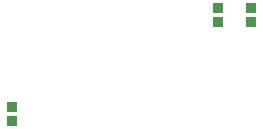
<source format=gbr>
G04 EAGLE Gerber RS-274X export*
G75*
%MOMM*%
%FSLAX34Y34*%
%LPD*%
%INSolderpaste Bottom*%
%IPPOS*%
%AMOC8*
5,1,8,0,0,1.08239X$1,22.5*%
G01*
%ADD10R,0.900000X0.850000*%


D10*
X157000Y39800D03*
X157000Y28200D03*
X332000Y123800D03*
X332000Y112200D03*
X360000Y123800D03*
X360000Y112200D03*
M02*

</source>
